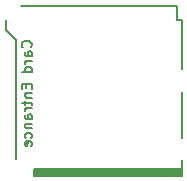
<source format=gbr>
G04 #@! TF.FileFunction,Legend,Bot*
%FSLAX46Y46*%
G04 Gerber Fmt 4.6, Leading zero omitted, Abs format (unit mm)*
G04 Created by KiCad (PCBNEW 4.0.0-rc2-stable) date 4/30/2016 4:42:48 AM*
%MOMM*%
G01*
G04 APERTURE LIST*
%ADD10C,0.100000*%
%ADD11C,0.177800*%
%ADD12C,0.203200*%
G04 APERTURE END LIST*
D10*
D11*
X179620220Y-95770440D02*
X167169140Y-95770440D01*
X167120880Y-95869500D02*
X179671020Y-95869500D01*
X179620220Y-96120960D02*
X167169140Y-96120960D01*
X179671020Y-96270820D02*
X179671020Y-96019360D01*
X167120880Y-96270820D02*
X179671020Y-96270820D01*
X167120880Y-95668840D02*
X179671020Y-95668840D01*
X167120880Y-96270820D02*
X167120880Y-95668840D01*
X179671020Y-83121240D02*
X179269700Y-83121240D01*
X166021060Y-81869020D02*
X179269700Y-81869020D01*
X179269700Y-81869020D02*
X179269700Y-83121240D01*
X165568940Y-94820480D02*
X165568940Y-84820500D01*
X165568940Y-84820500D02*
X164720580Y-83969600D01*
X164720580Y-83969600D02*
X164720580Y-83121240D01*
X179671020Y-87269060D02*
X179671020Y-83121240D01*
X179671020Y-93070420D02*
X179671020Y-89168980D01*
X179671020Y-96019360D02*
X179671020Y-94970340D01*
X167120880Y-96019360D02*
X179671020Y-96019360D01*
D12*
X166865429Y-85401677D02*
X166906552Y-85360553D01*
X166947676Y-85237182D01*
X166947676Y-85154934D01*
X166906552Y-85031562D01*
X166824305Y-84949315D01*
X166742057Y-84908191D01*
X166577562Y-84867067D01*
X166454190Y-84867067D01*
X166289695Y-84908191D01*
X166207448Y-84949315D01*
X166125200Y-85031562D01*
X166084076Y-85154934D01*
X166084076Y-85237182D01*
X166125200Y-85360553D01*
X166166324Y-85401677D01*
X166947676Y-86141905D02*
X166495314Y-86141905D01*
X166413067Y-86100782D01*
X166371943Y-86018534D01*
X166371943Y-85854039D01*
X166413067Y-85771791D01*
X166906552Y-86141905D02*
X166947676Y-86059658D01*
X166947676Y-85854039D01*
X166906552Y-85771791D01*
X166824305Y-85730667D01*
X166742057Y-85730667D01*
X166659810Y-85771791D01*
X166618686Y-85854039D01*
X166618686Y-86059658D01*
X166577562Y-86141905D01*
X166947676Y-86553143D02*
X166371943Y-86553143D01*
X166536438Y-86553143D02*
X166454190Y-86594267D01*
X166413067Y-86635391D01*
X166371943Y-86717638D01*
X166371943Y-86799886D01*
X166947676Y-87457867D02*
X166084076Y-87457867D01*
X166906552Y-87457867D02*
X166947676Y-87375620D01*
X166947676Y-87211124D01*
X166906552Y-87128877D01*
X166865429Y-87087753D01*
X166783181Y-87046629D01*
X166536438Y-87046629D01*
X166454190Y-87087753D01*
X166413067Y-87128877D01*
X166371943Y-87211124D01*
X166371943Y-87375620D01*
X166413067Y-87457867D01*
X166495314Y-88527086D02*
X166495314Y-88814953D01*
X166947676Y-88938324D02*
X166947676Y-88527086D01*
X166084076Y-88527086D01*
X166084076Y-88938324D01*
X166371943Y-89308438D02*
X166947676Y-89308438D01*
X166454190Y-89308438D02*
X166413067Y-89349562D01*
X166371943Y-89431809D01*
X166371943Y-89555181D01*
X166413067Y-89637429D01*
X166495314Y-89678552D01*
X166947676Y-89678552D01*
X166371943Y-89966419D02*
X166371943Y-90295409D01*
X166084076Y-90089790D02*
X166824305Y-90089790D01*
X166906552Y-90130914D01*
X166947676Y-90213161D01*
X166947676Y-90295409D01*
X166947676Y-90583276D02*
X166371943Y-90583276D01*
X166536438Y-90583276D02*
X166454190Y-90624400D01*
X166413067Y-90665524D01*
X166371943Y-90747771D01*
X166371943Y-90830019D01*
X166947676Y-91488000D02*
X166495314Y-91488000D01*
X166413067Y-91446877D01*
X166371943Y-91364629D01*
X166371943Y-91200134D01*
X166413067Y-91117886D01*
X166906552Y-91488000D02*
X166947676Y-91405753D01*
X166947676Y-91200134D01*
X166906552Y-91117886D01*
X166824305Y-91076762D01*
X166742057Y-91076762D01*
X166659810Y-91117886D01*
X166618686Y-91200134D01*
X166618686Y-91405753D01*
X166577562Y-91488000D01*
X166371943Y-91899238D02*
X166947676Y-91899238D01*
X166454190Y-91899238D02*
X166413067Y-91940362D01*
X166371943Y-92022609D01*
X166371943Y-92145981D01*
X166413067Y-92228229D01*
X166495314Y-92269352D01*
X166947676Y-92269352D01*
X166906552Y-93050704D02*
X166947676Y-92968457D01*
X166947676Y-92803961D01*
X166906552Y-92721714D01*
X166865429Y-92680590D01*
X166783181Y-92639466D01*
X166536438Y-92639466D01*
X166454190Y-92680590D01*
X166413067Y-92721714D01*
X166371943Y-92803961D01*
X166371943Y-92968457D01*
X166413067Y-93050704D01*
X166906552Y-93749810D02*
X166947676Y-93667562D01*
X166947676Y-93503067D01*
X166906552Y-93420819D01*
X166824305Y-93379695D01*
X166495314Y-93379695D01*
X166413067Y-93420819D01*
X166371943Y-93503067D01*
X166371943Y-93667562D01*
X166413067Y-93749810D01*
X166495314Y-93790933D01*
X166577562Y-93790933D01*
X166659810Y-93379695D01*
M02*

</source>
